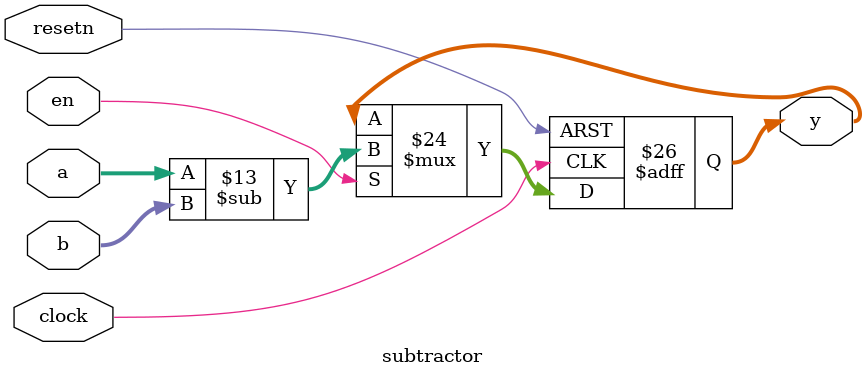
<source format=v>
module subtractor (
    input                   clock, 
    input                   resetn,
    input                   en,
    input   wire [7:0]      a,     
    input   wire [7:0]      b,
    output  reg  [7:0]      y
);

function [7:0] sub (input [7:0] a, input [7:0] b);
begin 
    sub = a - b; 
end 
endfunction

always @(posedge clock or negedge resetn)
begin 
    if(~resetn)
        y <= 0;
    else if (en)
        y <= sub(a,b); 
end 
endmodule

</source>
